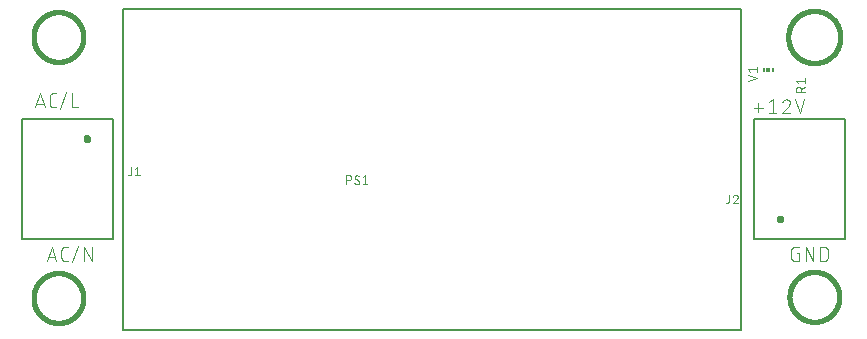
<source format=gbr>
G04 EAGLE Gerber RS-274X export*
G75*
%MOMM*%
%FSLAX34Y34*%
%LPD*%
%INSilkscreen Top*%
%IPPOS*%
%AMOC8*
5,1,8,0,0,1.08239X$1,22.5*%
G01*
%ADD10C,0.101600*%
%ADD11C,0.400000*%
%ADD12C,0.200000*%
%ADD13C,0.076200*%
%ADD14C,0.127000*%
%ADD15R,0.150000X0.300000*%
%ADD16R,0.300000X0.300000*%


D10*
X10508Y190508D02*
X14403Y202192D01*
X18297Y190508D01*
X17324Y193429D02*
X11482Y193429D01*
X25150Y190508D02*
X27747Y190508D01*
X25150Y190508D02*
X25051Y190510D01*
X24951Y190516D01*
X24852Y190525D01*
X24754Y190538D01*
X24656Y190555D01*
X24558Y190576D01*
X24462Y190601D01*
X24367Y190629D01*
X24273Y190661D01*
X24180Y190696D01*
X24088Y190735D01*
X23998Y190778D01*
X23910Y190823D01*
X23823Y190873D01*
X23739Y190925D01*
X23656Y190981D01*
X23576Y191039D01*
X23498Y191101D01*
X23423Y191166D01*
X23350Y191234D01*
X23280Y191304D01*
X23212Y191377D01*
X23147Y191452D01*
X23085Y191530D01*
X23027Y191610D01*
X22971Y191693D01*
X22919Y191777D01*
X22869Y191864D01*
X22824Y191952D01*
X22781Y192042D01*
X22742Y192134D01*
X22707Y192227D01*
X22675Y192321D01*
X22647Y192416D01*
X22622Y192512D01*
X22601Y192610D01*
X22584Y192708D01*
X22571Y192806D01*
X22562Y192905D01*
X22556Y193005D01*
X22554Y193104D01*
X22554Y199596D01*
X22556Y199695D01*
X22562Y199795D01*
X22571Y199894D01*
X22584Y199992D01*
X22601Y200090D01*
X22622Y200188D01*
X22647Y200284D01*
X22675Y200379D01*
X22707Y200473D01*
X22742Y200566D01*
X22781Y200658D01*
X22824Y200748D01*
X22869Y200836D01*
X22919Y200923D01*
X22971Y201007D01*
X23027Y201090D01*
X23085Y201170D01*
X23147Y201248D01*
X23212Y201323D01*
X23280Y201396D01*
X23350Y201466D01*
X23423Y201534D01*
X23498Y201599D01*
X23576Y201661D01*
X23656Y201719D01*
X23739Y201775D01*
X23823Y201827D01*
X23910Y201877D01*
X23998Y201922D01*
X24088Y201965D01*
X24180Y202004D01*
X24272Y202039D01*
X24367Y202071D01*
X24462Y202099D01*
X24558Y202124D01*
X24656Y202145D01*
X24754Y202162D01*
X24852Y202175D01*
X24951Y202184D01*
X25051Y202190D01*
X25150Y202192D01*
X27747Y202192D01*
X36811Y203490D02*
X31618Y189210D01*
X41660Y190508D02*
X41660Y202192D01*
X41660Y190508D02*
X46853Y190508D01*
X24403Y72192D02*
X20508Y60508D01*
X28297Y60508D02*
X24403Y72192D01*
X27324Y63429D02*
X21482Y63429D01*
X35150Y60508D02*
X37747Y60508D01*
X35150Y60508D02*
X35051Y60510D01*
X34951Y60516D01*
X34852Y60525D01*
X34754Y60538D01*
X34656Y60555D01*
X34558Y60576D01*
X34462Y60601D01*
X34367Y60629D01*
X34273Y60661D01*
X34180Y60696D01*
X34088Y60735D01*
X33998Y60778D01*
X33910Y60823D01*
X33823Y60873D01*
X33739Y60925D01*
X33656Y60981D01*
X33576Y61039D01*
X33498Y61101D01*
X33423Y61166D01*
X33350Y61234D01*
X33280Y61304D01*
X33212Y61377D01*
X33147Y61452D01*
X33085Y61530D01*
X33027Y61610D01*
X32971Y61693D01*
X32919Y61777D01*
X32869Y61864D01*
X32824Y61952D01*
X32781Y62042D01*
X32742Y62134D01*
X32707Y62227D01*
X32675Y62321D01*
X32647Y62416D01*
X32622Y62512D01*
X32601Y62610D01*
X32584Y62708D01*
X32571Y62806D01*
X32562Y62905D01*
X32556Y63005D01*
X32554Y63104D01*
X32554Y69596D01*
X32556Y69695D01*
X32562Y69795D01*
X32571Y69894D01*
X32584Y69992D01*
X32601Y70090D01*
X32622Y70188D01*
X32647Y70284D01*
X32675Y70379D01*
X32707Y70473D01*
X32742Y70566D01*
X32781Y70658D01*
X32824Y70748D01*
X32869Y70836D01*
X32919Y70923D01*
X32971Y71007D01*
X33027Y71090D01*
X33085Y71170D01*
X33147Y71248D01*
X33212Y71323D01*
X33280Y71396D01*
X33350Y71466D01*
X33423Y71534D01*
X33498Y71599D01*
X33576Y71661D01*
X33656Y71719D01*
X33739Y71775D01*
X33823Y71827D01*
X33910Y71877D01*
X33998Y71922D01*
X34088Y71965D01*
X34180Y72004D01*
X34272Y72039D01*
X34367Y72071D01*
X34462Y72099D01*
X34558Y72124D01*
X34656Y72145D01*
X34754Y72162D01*
X34852Y72175D01*
X34951Y72184D01*
X35051Y72190D01*
X35150Y72192D01*
X37747Y72192D01*
X46811Y73490D02*
X41618Y59210D01*
X51637Y60508D02*
X51637Y72192D01*
X58128Y60508D01*
X58128Y72192D01*
X618508Y190052D02*
X626297Y190052D01*
X622403Y193946D02*
X622403Y186157D01*
X631349Y194596D02*
X634595Y197192D01*
X634595Y185508D01*
X637840Y185508D02*
X631349Y185508D01*
X646349Y197192D02*
X646456Y197190D01*
X646562Y197184D01*
X646668Y197174D01*
X646774Y197161D01*
X646880Y197143D01*
X646984Y197122D01*
X647088Y197097D01*
X647191Y197068D01*
X647292Y197036D01*
X647392Y196999D01*
X647491Y196959D01*
X647589Y196916D01*
X647685Y196869D01*
X647779Y196818D01*
X647871Y196764D01*
X647961Y196707D01*
X648049Y196647D01*
X648134Y196583D01*
X648217Y196516D01*
X648298Y196446D01*
X648376Y196374D01*
X648452Y196298D01*
X648524Y196220D01*
X648594Y196139D01*
X648661Y196056D01*
X648725Y195971D01*
X648785Y195883D01*
X648842Y195793D01*
X648896Y195701D01*
X648947Y195607D01*
X648994Y195511D01*
X649037Y195413D01*
X649077Y195314D01*
X649114Y195214D01*
X649146Y195113D01*
X649175Y195010D01*
X649200Y194906D01*
X649221Y194802D01*
X649239Y194696D01*
X649252Y194590D01*
X649262Y194484D01*
X649268Y194378D01*
X649270Y194271D01*
X646349Y197192D02*
X646228Y197190D01*
X646107Y197184D01*
X645987Y197174D01*
X645866Y197161D01*
X645747Y197143D01*
X645627Y197122D01*
X645509Y197097D01*
X645392Y197068D01*
X645275Y197035D01*
X645160Y196999D01*
X645046Y196958D01*
X644933Y196915D01*
X644821Y196867D01*
X644712Y196816D01*
X644604Y196761D01*
X644497Y196703D01*
X644393Y196642D01*
X644291Y196577D01*
X644191Y196509D01*
X644093Y196438D01*
X643997Y196364D01*
X643904Y196287D01*
X643814Y196206D01*
X643726Y196123D01*
X643641Y196037D01*
X643558Y195948D01*
X643479Y195857D01*
X643402Y195763D01*
X643329Y195667D01*
X643259Y195569D01*
X643192Y195468D01*
X643128Y195365D01*
X643068Y195260D01*
X643011Y195153D01*
X642957Y195045D01*
X642907Y194935D01*
X642861Y194823D01*
X642818Y194710D01*
X642779Y194595D01*
X648297Y191999D02*
X648376Y192076D01*
X648452Y192157D01*
X648525Y192240D01*
X648595Y192325D01*
X648662Y192413D01*
X648726Y192503D01*
X648786Y192595D01*
X648843Y192690D01*
X648897Y192786D01*
X648948Y192884D01*
X648995Y192984D01*
X649039Y193086D01*
X649079Y193189D01*
X649115Y193293D01*
X649147Y193399D01*
X649176Y193505D01*
X649201Y193613D01*
X649223Y193721D01*
X649240Y193831D01*
X649254Y193940D01*
X649263Y194050D01*
X649269Y194161D01*
X649271Y194271D01*
X648297Y191999D02*
X642779Y185508D01*
X649270Y185508D01*
X657455Y185508D02*
X653560Y197192D01*
X661349Y197192D02*
X657455Y185508D01*
X656999Y66999D02*
X655052Y66999D01*
X656999Y66999D02*
X656999Y60508D01*
X653104Y60508D01*
X653005Y60510D01*
X652905Y60516D01*
X652806Y60525D01*
X652708Y60538D01*
X652610Y60555D01*
X652512Y60576D01*
X652416Y60601D01*
X652321Y60629D01*
X652227Y60661D01*
X652134Y60696D01*
X652042Y60735D01*
X651952Y60778D01*
X651864Y60823D01*
X651777Y60873D01*
X651693Y60925D01*
X651610Y60981D01*
X651530Y61039D01*
X651452Y61101D01*
X651377Y61166D01*
X651304Y61234D01*
X651234Y61304D01*
X651166Y61377D01*
X651101Y61452D01*
X651039Y61530D01*
X650981Y61610D01*
X650925Y61693D01*
X650873Y61777D01*
X650823Y61864D01*
X650778Y61952D01*
X650735Y62042D01*
X650696Y62134D01*
X650661Y62227D01*
X650629Y62321D01*
X650601Y62416D01*
X650576Y62512D01*
X650555Y62610D01*
X650538Y62708D01*
X650525Y62806D01*
X650516Y62905D01*
X650510Y63005D01*
X650508Y63104D01*
X650508Y69596D01*
X650510Y69695D01*
X650516Y69795D01*
X650525Y69894D01*
X650538Y69992D01*
X650555Y70090D01*
X650576Y70188D01*
X650601Y70284D01*
X650629Y70379D01*
X650661Y70473D01*
X650696Y70566D01*
X650735Y70658D01*
X650778Y70748D01*
X650823Y70836D01*
X650873Y70923D01*
X650925Y71007D01*
X650981Y71090D01*
X651039Y71170D01*
X651101Y71248D01*
X651166Y71323D01*
X651234Y71396D01*
X651304Y71466D01*
X651377Y71534D01*
X651452Y71599D01*
X651530Y71661D01*
X651610Y71719D01*
X651693Y71775D01*
X651777Y71827D01*
X651864Y71877D01*
X651952Y71922D01*
X652042Y71965D01*
X652134Y72004D01*
X652226Y72039D01*
X652321Y72071D01*
X652416Y72099D01*
X652512Y72124D01*
X652610Y72145D01*
X652708Y72162D01*
X652806Y72175D01*
X652905Y72184D01*
X653005Y72190D01*
X653104Y72192D01*
X656999Y72192D01*
X662700Y72192D02*
X662700Y60508D01*
X669191Y60508D02*
X662700Y72192D01*
X669191Y72192D02*
X669191Y60508D01*
X674892Y60508D02*
X674892Y72192D01*
X678137Y72192D01*
X678250Y72190D01*
X678363Y72184D01*
X678476Y72174D01*
X678589Y72160D01*
X678701Y72143D01*
X678812Y72121D01*
X678922Y72096D01*
X679032Y72066D01*
X679140Y72033D01*
X679247Y71996D01*
X679353Y71956D01*
X679457Y71911D01*
X679560Y71863D01*
X679661Y71812D01*
X679760Y71757D01*
X679857Y71699D01*
X679952Y71637D01*
X680045Y71572D01*
X680135Y71504D01*
X680223Y71433D01*
X680309Y71358D01*
X680392Y71281D01*
X680472Y71201D01*
X680549Y71118D01*
X680624Y71032D01*
X680695Y70944D01*
X680763Y70854D01*
X680828Y70761D01*
X680890Y70666D01*
X680948Y70569D01*
X681003Y70470D01*
X681054Y70369D01*
X681102Y70266D01*
X681147Y70162D01*
X681187Y70056D01*
X681224Y69949D01*
X681257Y69841D01*
X681287Y69731D01*
X681312Y69621D01*
X681334Y69510D01*
X681351Y69398D01*
X681365Y69285D01*
X681375Y69172D01*
X681381Y69059D01*
X681383Y68946D01*
X681383Y63754D01*
X681384Y63754D02*
X681382Y63641D01*
X681376Y63528D01*
X681366Y63415D01*
X681352Y63302D01*
X681335Y63190D01*
X681313Y63079D01*
X681288Y62969D01*
X681258Y62859D01*
X681225Y62751D01*
X681188Y62644D01*
X681148Y62538D01*
X681103Y62434D01*
X681055Y62331D01*
X681004Y62230D01*
X680949Y62131D01*
X680891Y62034D01*
X680829Y61939D01*
X680764Y61846D01*
X680696Y61756D01*
X680625Y61668D01*
X680550Y61582D01*
X680473Y61499D01*
X680393Y61419D01*
X680310Y61342D01*
X680224Y61267D01*
X680136Y61196D01*
X680046Y61128D01*
X679953Y61063D01*
X679858Y61001D01*
X679761Y60943D01*
X679662Y60888D01*
X679561Y60837D01*
X679458Y60789D01*
X679354Y60744D01*
X679248Y60704D01*
X679141Y60667D01*
X679033Y60634D01*
X678923Y60604D01*
X678813Y60579D01*
X678702Y60557D01*
X678590Y60540D01*
X678477Y60526D01*
X678364Y60516D01*
X678251Y60510D01*
X678138Y60508D01*
X678137Y60508D02*
X674892Y60508D01*
D11*
X647909Y250000D02*
X647916Y250542D01*
X647936Y251084D01*
X647969Y251625D01*
X648015Y252165D01*
X648075Y252704D01*
X648148Y253241D01*
X648234Y253777D01*
X648333Y254310D01*
X648446Y254840D01*
X648571Y255368D01*
X648709Y255892D01*
X648860Y256413D01*
X649024Y256930D01*
X649200Y257442D01*
X649389Y257950D01*
X649591Y258454D01*
X649804Y258952D01*
X650030Y259445D01*
X650268Y259932D01*
X650517Y260414D01*
X650779Y260889D01*
X651052Y261357D01*
X651336Y261819D01*
X651632Y262273D01*
X651939Y262720D01*
X652256Y263160D01*
X652585Y263591D01*
X652923Y264014D01*
X653272Y264429D01*
X653632Y264835D01*
X654001Y265233D01*
X654379Y265621D01*
X654767Y265999D01*
X655165Y266368D01*
X655571Y266728D01*
X655986Y267077D01*
X656409Y267415D01*
X656840Y267744D01*
X657280Y268061D01*
X657727Y268368D01*
X658181Y268664D01*
X658643Y268948D01*
X659111Y269221D01*
X659586Y269483D01*
X660068Y269732D01*
X660555Y269970D01*
X661048Y270196D01*
X661546Y270409D01*
X662050Y270611D01*
X662558Y270800D01*
X663070Y270976D01*
X663587Y271140D01*
X664108Y271291D01*
X664632Y271429D01*
X665160Y271554D01*
X665690Y271667D01*
X666223Y271766D01*
X666759Y271852D01*
X667296Y271925D01*
X667835Y271985D01*
X668375Y272031D01*
X668916Y272064D01*
X669458Y272084D01*
X670000Y272091D01*
X670542Y272084D01*
X671084Y272064D01*
X671625Y272031D01*
X672165Y271985D01*
X672704Y271925D01*
X673241Y271852D01*
X673777Y271766D01*
X674310Y271667D01*
X674840Y271554D01*
X675368Y271429D01*
X675892Y271291D01*
X676413Y271140D01*
X676930Y270976D01*
X677442Y270800D01*
X677950Y270611D01*
X678454Y270409D01*
X678952Y270196D01*
X679445Y269970D01*
X679932Y269732D01*
X680414Y269483D01*
X680889Y269221D01*
X681357Y268948D01*
X681819Y268664D01*
X682273Y268368D01*
X682720Y268061D01*
X683160Y267744D01*
X683591Y267415D01*
X684014Y267077D01*
X684429Y266728D01*
X684835Y266368D01*
X685233Y265999D01*
X685621Y265621D01*
X685999Y265233D01*
X686368Y264835D01*
X686728Y264429D01*
X687077Y264014D01*
X687415Y263591D01*
X687744Y263160D01*
X688061Y262720D01*
X688368Y262273D01*
X688664Y261819D01*
X688948Y261357D01*
X689221Y260889D01*
X689483Y260414D01*
X689732Y259932D01*
X689970Y259445D01*
X690196Y258952D01*
X690409Y258454D01*
X690611Y257950D01*
X690800Y257442D01*
X690976Y256930D01*
X691140Y256413D01*
X691291Y255892D01*
X691429Y255368D01*
X691554Y254840D01*
X691667Y254310D01*
X691766Y253777D01*
X691852Y253241D01*
X691925Y252704D01*
X691985Y252165D01*
X692031Y251625D01*
X692064Y251084D01*
X692084Y250542D01*
X692091Y250000D01*
X692084Y249458D01*
X692064Y248916D01*
X692031Y248375D01*
X691985Y247835D01*
X691925Y247296D01*
X691852Y246759D01*
X691766Y246223D01*
X691667Y245690D01*
X691554Y245160D01*
X691429Y244632D01*
X691291Y244108D01*
X691140Y243587D01*
X690976Y243070D01*
X690800Y242558D01*
X690611Y242050D01*
X690409Y241546D01*
X690196Y241048D01*
X689970Y240555D01*
X689732Y240068D01*
X689483Y239586D01*
X689221Y239111D01*
X688948Y238643D01*
X688664Y238181D01*
X688368Y237727D01*
X688061Y237280D01*
X687744Y236840D01*
X687415Y236409D01*
X687077Y235986D01*
X686728Y235571D01*
X686368Y235165D01*
X685999Y234767D01*
X685621Y234379D01*
X685233Y234001D01*
X684835Y233632D01*
X684429Y233272D01*
X684014Y232923D01*
X683591Y232585D01*
X683160Y232256D01*
X682720Y231939D01*
X682273Y231632D01*
X681819Y231336D01*
X681357Y231052D01*
X680889Y230779D01*
X680414Y230517D01*
X679932Y230268D01*
X679445Y230030D01*
X678952Y229804D01*
X678454Y229591D01*
X677950Y229389D01*
X677442Y229200D01*
X676930Y229024D01*
X676413Y228860D01*
X675892Y228709D01*
X675368Y228571D01*
X674840Y228446D01*
X674310Y228333D01*
X673777Y228234D01*
X673241Y228148D01*
X672704Y228075D01*
X672165Y228015D01*
X671625Y227969D01*
X671084Y227936D01*
X670542Y227916D01*
X670000Y227909D01*
X669458Y227916D01*
X668916Y227936D01*
X668375Y227969D01*
X667835Y228015D01*
X667296Y228075D01*
X666759Y228148D01*
X666223Y228234D01*
X665690Y228333D01*
X665160Y228446D01*
X664632Y228571D01*
X664108Y228709D01*
X663587Y228860D01*
X663070Y229024D01*
X662558Y229200D01*
X662050Y229389D01*
X661546Y229591D01*
X661048Y229804D01*
X660555Y230030D01*
X660068Y230268D01*
X659586Y230517D01*
X659111Y230779D01*
X658643Y231052D01*
X658181Y231336D01*
X657727Y231632D01*
X657280Y231939D01*
X656840Y232256D01*
X656409Y232585D01*
X655986Y232923D01*
X655571Y233272D01*
X655165Y233632D01*
X654767Y234001D01*
X654379Y234379D01*
X654001Y234767D01*
X653632Y235165D01*
X653272Y235571D01*
X652923Y235986D01*
X652585Y236409D01*
X652256Y236840D01*
X651939Y237280D01*
X651632Y237727D01*
X651336Y238181D01*
X651052Y238643D01*
X650779Y239111D01*
X650517Y239586D01*
X650268Y240068D01*
X650030Y240555D01*
X649804Y241048D01*
X649591Y241546D01*
X649389Y242050D01*
X649200Y242558D01*
X649024Y243070D01*
X648860Y243587D01*
X648709Y244108D01*
X648571Y244632D01*
X648446Y245160D01*
X648333Y245690D01*
X648234Y246223D01*
X648148Y246759D01*
X648075Y247296D01*
X648015Y247835D01*
X647969Y248375D01*
X647936Y248916D01*
X647916Y249458D01*
X647909Y250000D01*
X648905Y30000D02*
X648911Y30518D01*
X648930Y31035D01*
X648962Y31552D01*
X649007Y32068D01*
X649064Y32582D01*
X649133Y33095D01*
X649216Y33606D01*
X649310Y34115D01*
X649418Y34622D01*
X649537Y35126D01*
X649669Y35626D01*
X649813Y36124D01*
X649970Y36617D01*
X650138Y37107D01*
X650319Y37592D01*
X650511Y38073D01*
X650715Y38549D01*
X650930Y39019D01*
X651157Y39485D01*
X651396Y39944D01*
X651646Y40398D01*
X651906Y40845D01*
X652178Y41286D01*
X652460Y41720D01*
X652753Y42147D01*
X653056Y42566D01*
X653370Y42978D01*
X653693Y43383D01*
X654027Y43779D01*
X654370Y44167D01*
X654722Y44546D01*
X655084Y44916D01*
X655454Y45278D01*
X655833Y45630D01*
X656221Y45973D01*
X656617Y46307D01*
X657022Y46630D01*
X657434Y46944D01*
X657853Y47247D01*
X658280Y47540D01*
X658714Y47822D01*
X659155Y48094D01*
X659602Y48354D01*
X660056Y48604D01*
X660515Y48843D01*
X660981Y49070D01*
X661451Y49285D01*
X661927Y49489D01*
X662408Y49681D01*
X662893Y49862D01*
X663383Y50030D01*
X663876Y50187D01*
X664374Y50331D01*
X664874Y50463D01*
X665378Y50582D01*
X665885Y50690D01*
X666394Y50784D01*
X666905Y50867D01*
X667418Y50936D01*
X667932Y50993D01*
X668448Y51038D01*
X668965Y51070D01*
X669482Y51089D01*
X670000Y51095D01*
X670518Y51089D01*
X671035Y51070D01*
X671552Y51038D01*
X672068Y50993D01*
X672582Y50936D01*
X673095Y50867D01*
X673606Y50784D01*
X674115Y50690D01*
X674622Y50582D01*
X675126Y50463D01*
X675626Y50331D01*
X676124Y50187D01*
X676617Y50030D01*
X677107Y49862D01*
X677592Y49681D01*
X678073Y49489D01*
X678549Y49285D01*
X679019Y49070D01*
X679485Y48843D01*
X679944Y48604D01*
X680398Y48354D01*
X680845Y48094D01*
X681286Y47822D01*
X681720Y47540D01*
X682147Y47247D01*
X682566Y46944D01*
X682978Y46630D01*
X683383Y46307D01*
X683779Y45973D01*
X684167Y45630D01*
X684546Y45278D01*
X684916Y44916D01*
X685278Y44546D01*
X685630Y44167D01*
X685973Y43779D01*
X686307Y43383D01*
X686630Y42978D01*
X686944Y42566D01*
X687247Y42147D01*
X687540Y41720D01*
X687822Y41286D01*
X688094Y40845D01*
X688354Y40398D01*
X688604Y39944D01*
X688843Y39485D01*
X689070Y39019D01*
X689285Y38549D01*
X689489Y38073D01*
X689681Y37592D01*
X689862Y37107D01*
X690030Y36617D01*
X690187Y36124D01*
X690331Y35626D01*
X690463Y35126D01*
X690582Y34622D01*
X690690Y34115D01*
X690784Y33606D01*
X690867Y33095D01*
X690936Y32582D01*
X690993Y32068D01*
X691038Y31552D01*
X691070Y31035D01*
X691089Y30518D01*
X691095Y30000D01*
X691089Y29482D01*
X691070Y28965D01*
X691038Y28448D01*
X690993Y27932D01*
X690936Y27418D01*
X690867Y26905D01*
X690784Y26394D01*
X690690Y25885D01*
X690582Y25378D01*
X690463Y24874D01*
X690331Y24374D01*
X690187Y23876D01*
X690030Y23383D01*
X689862Y22893D01*
X689681Y22408D01*
X689489Y21927D01*
X689285Y21451D01*
X689070Y20981D01*
X688843Y20515D01*
X688604Y20056D01*
X688354Y19602D01*
X688094Y19155D01*
X687822Y18714D01*
X687540Y18280D01*
X687247Y17853D01*
X686944Y17434D01*
X686630Y17022D01*
X686307Y16617D01*
X685973Y16221D01*
X685630Y15833D01*
X685278Y15454D01*
X684916Y15084D01*
X684546Y14722D01*
X684167Y14370D01*
X683779Y14027D01*
X683383Y13693D01*
X682978Y13370D01*
X682566Y13056D01*
X682147Y12753D01*
X681720Y12460D01*
X681286Y12178D01*
X680845Y11906D01*
X680398Y11646D01*
X679944Y11396D01*
X679485Y11157D01*
X679019Y10930D01*
X678549Y10715D01*
X678073Y10511D01*
X677592Y10319D01*
X677107Y10138D01*
X676617Y9970D01*
X676124Y9813D01*
X675626Y9669D01*
X675126Y9537D01*
X674622Y9418D01*
X674115Y9310D01*
X673606Y9216D01*
X673095Y9133D01*
X672582Y9064D01*
X672068Y9007D01*
X671552Y8962D01*
X671035Y8930D01*
X670518Y8911D01*
X670000Y8905D01*
X669482Y8911D01*
X668965Y8930D01*
X668448Y8962D01*
X667932Y9007D01*
X667418Y9064D01*
X666905Y9133D01*
X666394Y9216D01*
X665885Y9310D01*
X665378Y9418D01*
X664874Y9537D01*
X664374Y9669D01*
X663876Y9813D01*
X663383Y9970D01*
X662893Y10138D01*
X662408Y10319D01*
X661927Y10511D01*
X661451Y10715D01*
X660981Y10930D01*
X660515Y11157D01*
X660056Y11396D01*
X659602Y11646D01*
X659155Y11906D01*
X658714Y12178D01*
X658280Y12460D01*
X657853Y12753D01*
X657434Y13056D01*
X657022Y13370D01*
X656617Y13693D01*
X656221Y14027D01*
X655833Y14370D01*
X655454Y14722D01*
X655084Y15084D01*
X654722Y15454D01*
X654370Y15833D01*
X654027Y16221D01*
X653693Y16617D01*
X653370Y17022D01*
X653056Y17434D01*
X652753Y17853D01*
X652460Y18280D01*
X652178Y18714D01*
X651906Y19155D01*
X651646Y19602D01*
X651396Y20056D01*
X651157Y20515D01*
X650930Y20981D01*
X650715Y21451D01*
X650511Y21927D01*
X650319Y22408D01*
X650138Y22893D01*
X649970Y23383D01*
X649813Y23876D01*
X649669Y24374D01*
X649537Y24874D01*
X649418Y25378D01*
X649310Y25885D01*
X649216Y26394D01*
X649133Y26905D01*
X649064Y27418D01*
X649007Y27932D01*
X648962Y28448D01*
X648930Y28965D01*
X648911Y29482D01*
X648905Y30000D01*
X8905Y29000D02*
X8911Y29518D01*
X8930Y30035D01*
X8962Y30552D01*
X9007Y31068D01*
X9064Y31582D01*
X9133Y32095D01*
X9216Y32606D01*
X9310Y33115D01*
X9418Y33622D01*
X9537Y34126D01*
X9669Y34626D01*
X9813Y35124D01*
X9970Y35617D01*
X10138Y36107D01*
X10319Y36592D01*
X10511Y37073D01*
X10715Y37549D01*
X10930Y38019D01*
X11157Y38485D01*
X11396Y38944D01*
X11646Y39398D01*
X11906Y39845D01*
X12178Y40286D01*
X12460Y40720D01*
X12753Y41147D01*
X13056Y41566D01*
X13370Y41978D01*
X13693Y42383D01*
X14027Y42779D01*
X14370Y43167D01*
X14722Y43546D01*
X15084Y43916D01*
X15454Y44278D01*
X15833Y44630D01*
X16221Y44973D01*
X16617Y45307D01*
X17022Y45630D01*
X17434Y45944D01*
X17853Y46247D01*
X18280Y46540D01*
X18714Y46822D01*
X19155Y47094D01*
X19602Y47354D01*
X20056Y47604D01*
X20515Y47843D01*
X20981Y48070D01*
X21451Y48285D01*
X21927Y48489D01*
X22408Y48681D01*
X22893Y48862D01*
X23383Y49030D01*
X23876Y49187D01*
X24374Y49331D01*
X24874Y49463D01*
X25378Y49582D01*
X25885Y49690D01*
X26394Y49784D01*
X26905Y49867D01*
X27418Y49936D01*
X27932Y49993D01*
X28448Y50038D01*
X28965Y50070D01*
X29482Y50089D01*
X30000Y50095D01*
X30518Y50089D01*
X31035Y50070D01*
X31552Y50038D01*
X32068Y49993D01*
X32582Y49936D01*
X33095Y49867D01*
X33606Y49784D01*
X34115Y49690D01*
X34622Y49582D01*
X35126Y49463D01*
X35626Y49331D01*
X36124Y49187D01*
X36617Y49030D01*
X37107Y48862D01*
X37592Y48681D01*
X38073Y48489D01*
X38549Y48285D01*
X39019Y48070D01*
X39485Y47843D01*
X39944Y47604D01*
X40398Y47354D01*
X40845Y47094D01*
X41286Y46822D01*
X41720Y46540D01*
X42147Y46247D01*
X42566Y45944D01*
X42978Y45630D01*
X43383Y45307D01*
X43779Y44973D01*
X44167Y44630D01*
X44546Y44278D01*
X44916Y43916D01*
X45278Y43546D01*
X45630Y43167D01*
X45973Y42779D01*
X46307Y42383D01*
X46630Y41978D01*
X46944Y41566D01*
X47247Y41147D01*
X47540Y40720D01*
X47822Y40286D01*
X48094Y39845D01*
X48354Y39398D01*
X48604Y38944D01*
X48843Y38485D01*
X49070Y38019D01*
X49285Y37549D01*
X49489Y37073D01*
X49681Y36592D01*
X49862Y36107D01*
X50030Y35617D01*
X50187Y35124D01*
X50331Y34626D01*
X50463Y34126D01*
X50582Y33622D01*
X50690Y33115D01*
X50784Y32606D01*
X50867Y32095D01*
X50936Y31582D01*
X50993Y31068D01*
X51038Y30552D01*
X51070Y30035D01*
X51089Y29518D01*
X51095Y29000D01*
X51089Y28482D01*
X51070Y27965D01*
X51038Y27448D01*
X50993Y26932D01*
X50936Y26418D01*
X50867Y25905D01*
X50784Y25394D01*
X50690Y24885D01*
X50582Y24378D01*
X50463Y23874D01*
X50331Y23374D01*
X50187Y22876D01*
X50030Y22383D01*
X49862Y21893D01*
X49681Y21408D01*
X49489Y20927D01*
X49285Y20451D01*
X49070Y19981D01*
X48843Y19515D01*
X48604Y19056D01*
X48354Y18602D01*
X48094Y18155D01*
X47822Y17714D01*
X47540Y17280D01*
X47247Y16853D01*
X46944Y16434D01*
X46630Y16022D01*
X46307Y15617D01*
X45973Y15221D01*
X45630Y14833D01*
X45278Y14454D01*
X44916Y14084D01*
X44546Y13722D01*
X44167Y13370D01*
X43779Y13027D01*
X43383Y12693D01*
X42978Y12370D01*
X42566Y12056D01*
X42147Y11753D01*
X41720Y11460D01*
X41286Y11178D01*
X40845Y10906D01*
X40398Y10646D01*
X39944Y10396D01*
X39485Y10157D01*
X39019Y9930D01*
X38549Y9715D01*
X38073Y9511D01*
X37592Y9319D01*
X37107Y9138D01*
X36617Y8970D01*
X36124Y8813D01*
X35626Y8669D01*
X35126Y8537D01*
X34622Y8418D01*
X34115Y8310D01*
X33606Y8216D01*
X33095Y8133D01*
X32582Y8064D01*
X32068Y8007D01*
X31552Y7962D01*
X31035Y7930D01*
X30518Y7911D01*
X30000Y7905D01*
X29482Y7911D01*
X28965Y7930D01*
X28448Y7962D01*
X27932Y8007D01*
X27418Y8064D01*
X26905Y8133D01*
X26394Y8216D01*
X25885Y8310D01*
X25378Y8418D01*
X24874Y8537D01*
X24374Y8669D01*
X23876Y8813D01*
X23383Y8970D01*
X22893Y9138D01*
X22408Y9319D01*
X21927Y9511D01*
X21451Y9715D01*
X20981Y9930D01*
X20515Y10157D01*
X20056Y10396D01*
X19602Y10646D01*
X19155Y10906D01*
X18714Y11178D01*
X18280Y11460D01*
X17853Y11753D01*
X17434Y12056D01*
X17022Y12370D01*
X16617Y12693D01*
X16221Y13027D01*
X15833Y13370D01*
X15454Y13722D01*
X15084Y14084D01*
X14722Y14454D01*
X14370Y14833D01*
X14027Y15221D01*
X13693Y15617D01*
X13370Y16022D01*
X13056Y16434D01*
X12753Y16853D01*
X12460Y17280D01*
X12178Y17714D01*
X11906Y18155D01*
X11646Y18602D01*
X11396Y19056D01*
X11157Y19515D01*
X10930Y19981D01*
X10715Y20451D01*
X10511Y20927D01*
X10319Y21408D01*
X10138Y21893D01*
X9970Y22383D01*
X9813Y22876D01*
X9669Y23374D01*
X9537Y23874D01*
X9418Y24378D01*
X9310Y24885D01*
X9216Y25394D01*
X9133Y25905D01*
X9064Y26418D01*
X9007Y26932D01*
X8962Y27448D01*
X8930Y27965D01*
X8911Y28482D01*
X8905Y29000D01*
X8905Y250000D02*
X8911Y250518D01*
X8930Y251035D01*
X8962Y251552D01*
X9007Y252068D01*
X9064Y252582D01*
X9133Y253095D01*
X9216Y253606D01*
X9310Y254115D01*
X9418Y254622D01*
X9537Y255126D01*
X9669Y255626D01*
X9813Y256124D01*
X9970Y256617D01*
X10138Y257107D01*
X10319Y257592D01*
X10511Y258073D01*
X10715Y258549D01*
X10930Y259019D01*
X11157Y259485D01*
X11396Y259944D01*
X11646Y260398D01*
X11906Y260845D01*
X12178Y261286D01*
X12460Y261720D01*
X12753Y262147D01*
X13056Y262566D01*
X13370Y262978D01*
X13693Y263383D01*
X14027Y263779D01*
X14370Y264167D01*
X14722Y264546D01*
X15084Y264916D01*
X15454Y265278D01*
X15833Y265630D01*
X16221Y265973D01*
X16617Y266307D01*
X17022Y266630D01*
X17434Y266944D01*
X17853Y267247D01*
X18280Y267540D01*
X18714Y267822D01*
X19155Y268094D01*
X19602Y268354D01*
X20056Y268604D01*
X20515Y268843D01*
X20981Y269070D01*
X21451Y269285D01*
X21927Y269489D01*
X22408Y269681D01*
X22893Y269862D01*
X23383Y270030D01*
X23876Y270187D01*
X24374Y270331D01*
X24874Y270463D01*
X25378Y270582D01*
X25885Y270690D01*
X26394Y270784D01*
X26905Y270867D01*
X27418Y270936D01*
X27932Y270993D01*
X28448Y271038D01*
X28965Y271070D01*
X29482Y271089D01*
X30000Y271095D01*
X30518Y271089D01*
X31035Y271070D01*
X31552Y271038D01*
X32068Y270993D01*
X32582Y270936D01*
X33095Y270867D01*
X33606Y270784D01*
X34115Y270690D01*
X34622Y270582D01*
X35126Y270463D01*
X35626Y270331D01*
X36124Y270187D01*
X36617Y270030D01*
X37107Y269862D01*
X37592Y269681D01*
X38073Y269489D01*
X38549Y269285D01*
X39019Y269070D01*
X39485Y268843D01*
X39944Y268604D01*
X40398Y268354D01*
X40845Y268094D01*
X41286Y267822D01*
X41720Y267540D01*
X42147Y267247D01*
X42566Y266944D01*
X42978Y266630D01*
X43383Y266307D01*
X43779Y265973D01*
X44167Y265630D01*
X44546Y265278D01*
X44916Y264916D01*
X45278Y264546D01*
X45630Y264167D01*
X45973Y263779D01*
X46307Y263383D01*
X46630Y262978D01*
X46944Y262566D01*
X47247Y262147D01*
X47540Y261720D01*
X47822Y261286D01*
X48094Y260845D01*
X48354Y260398D01*
X48604Y259944D01*
X48843Y259485D01*
X49070Y259019D01*
X49285Y258549D01*
X49489Y258073D01*
X49681Y257592D01*
X49862Y257107D01*
X50030Y256617D01*
X50187Y256124D01*
X50331Y255626D01*
X50463Y255126D01*
X50582Y254622D01*
X50690Y254115D01*
X50784Y253606D01*
X50867Y253095D01*
X50936Y252582D01*
X50993Y252068D01*
X51038Y251552D01*
X51070Y251035D01*
X51089Y250518D01*
X51095Y250000D01*
X51089Y249482D01*
X51070Y248965D01*
X51038Y248448D01*
X50993Y247932D01*
X50936Y247418D01*
X50867Y246905D01*
X50784Y246394D01*
X50690Y245885D01*
X50582Y245378D01*
X50463Y244874D01*
X50331Y244374D01*
X50187Y243876D01*
X50030Y243383D01*
X49862Y242893D01*
X49681Y242408D01*
X49489Y241927D01*
X49285Y241451D01*
X49070Y240981D01*
X48843Y240515D01*
X48604Y240056D01*
X48354Y239602D01*
X48094Y239155D01*
X47822Y238714D01*
X47540Y238280D01*
X47247Y237853D01*
X46944Y237434D01*
X46630Y237022D01*
X46307Y236617D01*
X45973Y236221D01*
X45630Y235833D01*
X45278Y235454D01*
X44916Y235084D01*
X44546Y234722D01*
X44167Y234370D01*
X43779Y234027D01*
X43383Y233693D01*
X42978Y233370D01*
X42566Y233056D01*
X42147Y232753D01*
X41720Y232460D01*
X41286Y232178D01*
X40845Y231906D01*
X40398Y231646D01*
X39944Y231396D01*
X39485Y231157D01*
X39019Y230930D01*
X38549Y230715D01*
X38073Y230511D01*
X37592Y230319D01*
X37107Y230138D01*
X36617Y229970D01*
X36124Y229813D01*
X35626Y229669D01*
X35126Y229537D01*
X34622Y229418D01*
X34115Y229310D01*
X33606Y229216D01*
X33095Y229133D01*
X32582Y229064D01*
X32068Y229007D01*
X31552Y228962D01*
X31035Y228930D01*
X30518Y228911D01*
X30000Y228905D01*
X29482Y228911D01*
X28965Y228930D01*
X28448Y228962D01*
X27932Y229007D01*
X27418Y229064D01*
X26905Y229133D01*
X26394Y229216D01*
X25885Y229310D01*
X25378Y229418D01*
X24874Y229537D01*
X24374Y229669D01*
X23876Y229813D01*
X23383Y229970D01*
X22893Y230138D01*
X22408Y230319D01*
X21927Y230511D01*
X21451Y230715D01*
X20981Y230930D01*
X20515Y231157D01*
X20056Y231396D01*
X19602Y231646D01*
X19155Y231906D01*
X18714Y232178D01*
X18280Y232460D01*
X17853Y232753D01*
X17434Y233056D01*
X17022Y233370D01*
X16617Y233693D01*
X16221Y234027D01*
X15833Y234370D01*
X15454Y234722D01*
X15084Y235084D01*
X14722Y235454D01*
X14370Y235833D01*
X14027Y236221D01*
X13693Y236617D01*
X13370Y237022D01*
X13056Y237434D01*
X12753Y237853D01*
X12460Y238280D01*
X12178Y238714D01*
X11906Y239155D01*
X11646Y239602D01*
X11396Y240056D01*
X11157Y240515D01*
X10930Y240981D01*
X10715Y241451D01*
X10511Y241927D01*
X10319Y242408D01*
X10138Y242893D01*
X9970Y243383D01*
X9813Y243876D01*
X9669Y244374D01*
X9537Y244874D01*
X9418Y245378D01*
X9310Y245885D01*
X9216Y246394D01*
X9133Y246905D01*
X9064Y247418D01*
X9007Y247932D01*
X8962Y248448D01*
X8930Y248965D01*
X8911Y249482D01*
X8905Y250000D01*
D12*
X76000Y181000D02*
X76000Y79000D01*
X-1000Y79000D01*
X-1000Y181000D01*
X76000Y181000D01*
D11*
X53000Y164000D02*
X53002Y164063D01*
X53008Y164125D01*
X53018Y164187D01*
X53031Y164249D01*
X53049Y164309D01*
X53070Y164368D01*
X53095Y164426D01*
X53124Y164482D01*
X53156Y164536D01*
X53191Y164588D01*
X53229Y164637D01*
X53271Y164685D01*
X53315Y164729D01*
X53363Y164771D01*
X53412Y164809D01*
X53464Y164844D01*
X53518Y164876D01*
X53574Y164905D01*
X53632Y164930D01*
X53691Y164951D01*
X53751Y164969D01*
X53813Y164982D01*
X53875Y164992D01*
X53937Y164998D01*
X54000Y165000D01*
X54063Y164998D01*
X54125Y164992D01*
X54187Y164982D01*
X54249Y164969D01*
X54309Y164951D01*
X54368Y164930D01*
X54426Y164905D01*
X54482Y164876D01*
X54536Y164844D01*
X54588Y164809D01*
X54637Y164771D01*
X54685Y164729D01*
X54729Y164685D01*
X54771Y164637D01*
X54809Y164588D01*
X54844Y164536D01*
X54876Y164482D01*
X54905Y164426D01*
X54930Y164368D01*
X54951Y164309D01*
X54969Y164249D01*
X54982Y164187D01*
X54992Y164125D01*
X54998Y164063D01*
X55000Y164000D01*
X54998Y163937D01*
X54992Y163875D01*
X54982Y163813D01*
X54969Y163751D01*
X54951Y163691D01*
X54930Y163632D01*
X54905Y163574D01*
X54876Y163518D01*
X54844Y163464D01*
X54809Y163412D01*
X54771Y163363D01*
X54729Y163315D01*
X54685Y163271D01*
X54637Y163229D01*
X54588Y163191D01*
X54536Y163156D01*
X54482Y163124D01*
X54426Y163095D01*
X54368Y163070D01*
X54309Y163049D01*
X54249Y163031D01*
X54187Y163018D01*
X54125Y163008D01*
X54063Y163002D01*
X54000Y163000D01*
X53937Y163002D01*
X53875Y163008D01*
X53813Y163018D01*
X53751Y163031D01*
X53691Y163049D01*
X53632Y163070D01*
X53574Y163095D01*
X53518Y163124D01*
X53464Y163156D01*
X53412Y163191D01*
X53363Y163229D01*
X53315Y163271D01*
X53271Y163315D01*
X53229Y163363D01*
X53191Y163412D01*
X53156Y163464D01*
X53124Y163518D01*
X53095Y163574D01*
X53070Y163632D01*
X53049Y163691D01*
X53031Y163751D01*
X53018Y163813D01*
X53008Y163875D01*
X53002Y163937D01*
X53000Y164000D01*
D13*
X91364Y140147D02*
X91364Y134418D01*
X91362Y134340D01*
X91357Y134262D01*
X91347Y134185D01*
X91334Y134108D01*
X91318Y134032D01*
X91298Y133957D01*
X91274Y133883D01*
X91247Y133810D01*
X91216Y133738D01*
X91182Y133668D01*
X91145Y133600D01*
X91104Y133533D01*
X91060Y133468D01*
X91014Y133406D01*
X90964Y133346D01*
X90912Y133288D01*
X90857Y133233D01*
X90799Y133181D01*
X90739Y133131D01*
X90677Y133085D01*
X90612Y133041D01*
X90546Y133000D01*
X90477Y132963D01*
X90407Y132929D01*
X90335Y132898D01*
X90262Y132871D01*
X90188Y132847D01*
X90113Y132827D01*
X90037Y132811D01*
X89960Y132798D01*
X89883Y132788D01*
X89805Y132783D01*
X89727Y132781D01*
X88909Y132781D01*
X94799Y138510D02*
X96845Y140147D01*
X96845Y132781D01*
X94799Y132781D02*
X98891Y132781D01*
D12*
X619000Y181000D02*
X619000Y79000D01*
X619000Y181000D02*
X696000Y181000D01*
X696000Y79000D01*
X619000Y79000D01*
D11*
X640000Y96000D02*
X640002Y96063D01*
X640008Y96125D01*
X640018Y96187D01*
X640031Y96249D01*
X640049Y96309D01*
X640070Y96368D01*
X640095Y96426D01*
X640124Y96482D01*
X640156Y96536D01*
X640191Y96588D01*
X640229Y96637D01*
X640271Y96685D01*
X640315Y96729D01*
X640363Y96771D01*
X640412Y96809D01*
X640464Y96844D01*
X640518Y96876D01*
X640574Y96905D01*
X640632Y96930D01*
X640691Y96951D01*
X640751Y96969D01*
X640813Y96982D01*
X640875Y96992D01*
X640937Y96998D01*
X641000Y97000D01*
X641063Y96998D01*
X641125Y96992D01*
X641187Y96982D01*
X641249Y96969D01*
X641309Y96951D01*
X641368Y96930D01*
X641426Y96905D01*
X641482Y96876D01*
X641536Y96844D01*
X641588Y96809D01*
X641637Y96771D01*
X641685Y96729D01*
X641729Y96685D01*
X641771Y96637D01*
X641809Y96588D01*
X641844Y96536D01*
X641876Y96482D01*
X641905Y96426D01*
X641930Y96368D01*
X641951Y96309D01*
X641969Y96249D01*
X641982Y96187D01*
X641992Y96125D01*
X641998Y96063D01*
X642000Y96000D01*
X641998Y95937D01*
X641992Y95875D01*
X641982Y95813D01*
X641969Y95751D01*
X641951Y95691D01*
X641930Y95632D01*
X641905Y95574D01*
X641876Y95518D01*
X641844Y95464D01*
X641809Y95412D01*
X641771Y95363D01*
X641729Y95315D01*
X641685Y95271D01*
X641637Y95229D01*
X641588Y95191D01*
X641536Y95156D01*
X641482Y95124D01*
X641426Y95095D01*
X641368Y95070D01*
X641309Y95049D01*
X641249Y95031D01*
X641187Y95018D01*
X641125Y95008D01*
X641063Y95002D01*
X641000Y95000D01*
X640937Y95002D01*
X640875Y95008D01*
X640813Y95018D01*
X640751Y95031D01*
X640691Y95049D01*
X640632Y95070D01*
X640574Y95095D01*
X640518Y95124D01*
X640464Y95156D01*
X640412Y95191D01*
X640363Y95229D01*
X640315Y95271D01*
X640271Y95315D01*
X640229Y95363D01*
X640191Y95412D01*
X640156Y95464D01*
X640124Y95518D01*
X640095Y95574D01*
X640070Y95632D01*
X640049Y95691D01*
X640031Y95751D01*
X640018Y95813D01*
X640008Y95875D01*
X640002Y95937D01*
X640000Y96000D01*
D13*
X597564Y110790D02*
X597564Y116519D01*
X597564Y110790D02*
X597562Y110712D01*
X597557Y110634D01*
X597547Y110557D01*
X597534Y110480D01*
X597518Y110404D01*
X597498Y110329D01*
X597474Y110255D01*
X597447Y110182D01*
X597416Y110110D01*
X597382Y110040D01*
X597345Y109972D01*
X597304Y109905D01*
X597260Y109840D01*
X597214Y109778D01*
X597164Y109718D01*
X597112Y109660D01*
X597057Y109605D01*
X596999Y109553D01*
X596939Y109503D01*
X596877Y109457D01*
X596812Y109413D01*
X596746Y109372D01*
X596677Y109335D01*
X596607Y109301D01*
X596535Y109270D01*
X596462Y109243D01*
X596388Y109219D01*
X596313Y109199D01*
X596237Y109183D01*
X596160Y109170D01*
X596083Y109160D01*
X596005Y109155D01*
X595927Y109153D01*
X595109Y109153D01*
X603250Y116520D02*
X603335Y116518D01*
X603420Y116512D01*
X603504Y116502D01*
X603588Y116489D01*
X603672Y116471D01*
X603754Y116450D01*
X603835Y116425D01*
X603915Y116396D01*
X603994Y116363D01*
X604071Y116327D01*
X604146Y116287D01*
X604220Y116244D01*
X604291Y116198D01*
X604360Y116148D01*
X604427Y116095D01*
X604491Y116039D01*
X604552Y115980D01*
X604611Y115919D01*
X604667Y115855D01*
X604720Y115788D01*
X604770Y115719D01*
X604816Y115648D01*
X604859Y115574D01*
X604899Y115499D01*
X604935Y115422D01*
X604968Y115343D01*
X604997Y115263D01*
X605022Y115182D01*
X605043Y115100D01*
X605061Y115016D01*
X605074Y114932D01*
X605084Y114848D01*
X605090Y114763D01*
X605092Y114678D01*
X603250Y116519D02*
X603154Y116517D01*
X603058Y116511D01*
X602963Y116501D01*
X602868Y116488D01*
X602773Y116470D01*
X602680Y116449D01*
X602587Y116424D01*
X602496Y116395D01*
X602405Y116363D01*
X602316Y116327D01*
X602229Y116287D01*
X602143Y116244D01*
X602059Y116198D01*
X601977Y116148D01*
X601897Y116094D01*
X601820Y116038D01*
X601745Y115978D01*
X601672Y115916D01*
X601602Y115850D01*
X601534Y115782D01*
X601469Y115711D01*
X601408Y115638D01*
X601349Y115562D01*
X601293Y115483D01*
X601241Y115403D01*
X601192Y115320D01*
X601146Y115236D01*
X601104Y115150D01*
X601066Y115062D01*
X601031Y114973D01*
X600999Y114882D01*
X604477Y113246D02*
X604537Y113305D01*
X604594Y113367D01*
X604649Y113431D01*
X604700Y113498D01*
X604749Y113567D01*
X604795Y113637D01*
X604838Y113710D01*
X604878Y113784D01*
X604914Y113860D01*
X604947Y113938D01*
X604977Y114017D01*
X605004Y114097D01*
X605027Y114178D01*
X605046Y114260D01*
X605062Y114342D01*
X605075Y114426D01*
X605084Y114510D01*
X605089Y114594D01*
X605091Y114678D01*
X604477Y113245D02*
X600999Y109153D01*
X605091Y109153D01*
D14*
X608300Y273800D02*
X84300Y273800D01*
X84300Y1800D01*
X608300Y1800D01*
X608300Y273800D01*
D13*
X273791Y132867D02*
X273791Y125501D01*
X273791Y132867D02*
X275837Y132867D01*
X275926Y132865D01*
X276015Y132859D01*
X276104Y132849D01*
X276192Y132836D01*
X276280Y132819D01*
X276367Y132797D01*
X276452Y132772D01*
X276537Y132744D01*
X276620Y132711D01*
X276702Y132675D01*
X276782Y132636D01*
X276860Y132593D01*
X276936Y132547D01*
X277011Y132497D01*
X277083Y132444D01*
X277152Y132388D01*
X277219Y132329D01*
X277284Y132268D01*
X277345Y132203D01*
X277404Y132136D01*
X277460Y132067D01*
X277513Y131995D01*
X277563Y131920D01*
X277609Y131844D01*
X277652Y131766D01*
X277691Y131686D01*
X277727Y131604D01*
X277760Y131521D01*
X277788Y131436D01*
X277813Y131351D01*
X277835Y131264D01*
X277852Y131176D01*
X277865Y131088D01*
X277875Y130999D01*
X277881Y130910D01*
X277883Y130821D01*
X277881Y130732D01*
X277875Y130643D01*
X277865Y130554D01*
X277852Y130466D01*
X277835Y130378D01*
X277813Y130291D01*
X277788Y130206D01*
X277760Y130121D01*
X277727Y130038D01*
X277691Y129956D01*
X277652Y129876D01*
X277609Y129798D01*
X277563Y129722D01*
X277513Y129647D01*
X277460Y129575D01*
X277404Y129506D01*
X277345Y129439D01*
X277284Y129374D01*
X277219Y129313D01*
X277152Y129254D01*
X277083Y129198D01*
X277011Y129145D01*
X276936Y129095D01*
X276860Y129049D01*
X276782Y129006D01*
X276702Y128967D01*
X276620Y128931D01*
X276537Y128898D01*
X276452Y128870D01*
X276367Y128845D01*
X276280Y128823D01*
X276192Y128806D01*
X276104Y128793D01*
X276015Y128783D01*
X275926Y128777D01*
X275837Y128775D01*
X273791Y128775D01*
X282956Y125501D02*
X283034Y125503D01*
X283112Y125508D01*
X283189Y125518D01*
X283266Y125531D01*
X283342Y125547D01*
X283417Y125567D01*
X283491Y125591D01*
X283564Y125618D01*
X283636Y125649D01*
X283706Y125683D01*
X283775Y125720D01*
X283841Y125761D01*
X283906Y125805D01*
X283968Y125851D01*
X284028Y125901D01*
X284086Y125953D01*
X284141Y126008D01*
X284193Y126066D01*
X284243Y126126D01*
X284289Y126188D01*
X284333Y126253D01*
X284374Y126320D01*
X284411Y126388D01*
X284445Y126458D01*
X284476Y126530D01*
X284503Y126603D01*
X284527Y126677D01*
X284547Y126752D01*
X284563Y126828D01*
X284576Y126905D01*
X284586Y126982D01*
X284591Y127060D01*
X284593Y127138D01*
X282956Y125501D02*
X282842Y125503D01*
X282729Y125508D01*
X282615Y125518D01*
X282502Y125531D01*
X282390Y125548D01*
X282278Y125568D01*
X282167Y125592D01*
X282056Y125620D01*
X281947Y125651D01*
X281839Y125686D01*
X281732Y125725D01*
X281626Y125767D01*
X281522Y125812D01*
X281419Y125861D01*
X281318Y125914D01*
X281219Y125969D01*
X281121Y126028D01*
X281026Y126090D01*
X280933Y126155D01*
X280841Y126223D01*
X280753Y126294D01*
X280666Y126368D01*
X280582Y126445D01*
X280501Y126524D01*
X280705Y131230D02*
X280707Y131308D01*
X280712Y131386D01*
X280722Y131463D01*
X280735Y131540D01*
X280751Y131616D01*
X280771Y131691D01*
X280795Y131765D01*
X280822Y131838D01*
X280853Y131910D01*
X280887Y131980D01*
X280924Y132049D01*
X280965Y132115D01*
X281009Y132180D01*
X281055Y132242D01*
X281105Y132302D01*
X281157Y132360D01*
X281212Y132415D01*
X281270Y132467D01*
X281330Y132517D01*
X281392Y132563D01*
X281457Y132607D01*
X281524Y132648D01*
X281592Y132685D01*
X281662Y132719D01*
X281734Y132750D01*
X281807Y132777D01*
X281881Y132801D01*
X281956Y132821D01*
X282032Y132837D01*
X282109Y132850D01*
X282186Y132860D01*
X282264Y132865D01*
X282342Y132867D01*
X282452Y132865D01*
X282561Y132859D01*
X282671Y132849D01*
X282779Y132836D01*
X282888Y132818D01*
X282995Y132797D01*
X283102Y132771D01*
X283208Y132742D01*
X283313Y132710D01*
X283416Y132673D01*
X283518Y132633D01*
X283619Y132589D01*
X283718Y132541D01*
X283815Y132491D01*
X283910Y132436D01*
X284003Y132378D01*
X284094Y132317D01*
X284183Y132253D01*
X281524Y129797D02*
X281457Y129839D01*
X281392Y129883D01*
X281330Y129931D01*
X281270Y129981D01*
X281212Y130034D01*
X281157Y130090D01*
X281105Y130149D01*
X281055Y130209D01*
X281008Y130273D01*
X280965Y130338D01*
X280924Y130405D01*
X280887Y130474D01*
X280853Y130545D01*
X280822Y130617D01*
X280795Y130691D01*
X280771Y130765D01*
X280751Y130841D01*
X280735Y130918D01*
X280722Y130995D01*
X280712Y131073D01*
X280707Y131152D01*
X280705Y131230D01*
X283775Y128570D02*
X283841Y128528D01*
X283906Y128484D01*
X283968Y128437D01*
X284028Y128386D01*
X284086Y128333D01*
X284141Y128277D01*
X284194Y128219D01*
X284243Y128158D01*
X284290Y128095D01*
X284333Y128030D01*
X284374Y127963D01*
X284411Y127894D01*
X284445Y127823D01*
X284476Y127751D01*
X284503Y127677D01*
X284527Y127602D01*
X284547Y127527D01*
X284563Y127450D01*
X284576Y127373D01*
X284586Y127295D01*
X284591Y127216D01*
X284593Y127138D01*
X283775Y128570D02*
X281524Y129798D01*
X287572Y131230D02*
X289618Y132867D01*
X289618Y125501D01*
X287572Y125501D02*
X291664Y125501D01*
X654731Y203613D02*
X662097Y203613D01*
X654731Y203613D02*
X654731Y205659D01*
X654733Y205748D01*
X654739Y205837D01*
X654749Y205926D01*
X654762Y206014D01*
X654779Y206102D01*
X654801Y206189D01*
X654826Y206274D01*
X654854Y206359D01*
X654887Y206442D01*
X654923Y206524D01*
X654962Y206604D01*
X655005Y206682D01*
X655051Y206758D01*
X655101Y206833D01*
X655154Y206905D01*
X655210Y206974D01*
X655269Y207041D01*
X655330Y207106D01*
X655395Y207167D01*
X655462Y207226D01*
X655531Y207282D01*
X655603Y207335D01*
X655678Y207385D01*
X655754Y207431D01*
X655832Y207474D01*
X655912Y207513D01*
X655994Y207549D01*
X656077Y207582D01*
X656162Y207610D01*
X656247Y207635D01*
X656334Y207657D01*
X656422Y207674D01*
X656510Y207687D01*
X656599Y207697D01*
X656688Y207703D01*
X656777Y207705D01*
X656866Y207703D01*
X656955Y207697D01*
X657044Y207687D01*
X657132Y207674D01*
X657220Y207657D01*
X657307Y207635D01*
X657392Y207610D01*
X657477Y207582D01*
X657560Y207549D01*
X657642Y207513D01*
X657722Y207474D01*
X657800Y207431D01*
X657876Y207385D01*
X657951Y207335D01*
X658023Y207282D01*
X658092Y207226D01*
X658159Y207167D01*
X658224Y207106D01*
X658285Y207041D01*
X658344Y206974D01*
X658400Y206905D01*
X658453Y206833D01*
X658503Y206758D01*
X658549Y206682D01*
X658592Y206604D01*
X658631Y206524D01*
X658667Y206442D01*
X658700Y206359D01*
X658728Y206274D01*
X658753Y206189D01*
X658775Y206102D01*
X658792Y206014D01*
X658805Y205926D01*
X658815Y205837D01*
X658821Y205748D01*
X658823Y205659D01*
X658823Y203613D01*
X658823Y206068D02*
X662097Y207705D01*
X656368Y210877D02*
X654731Y212923D01*
X662097Y212923D01*
X662097Y210877D02*
X662097Y214969D01*
D15*
X627250Y222500D03*
X634750Y222500D03*
D16*
X631000Y222500D03*
D13*
X621269Y215486D02*
X613903Y213031D01*
X613903Y217942D02*
X621269Y215486D01*
X615540Y220755D02*
X613903Y222802D01*
X621269Y222802D01*
X621269Y224848D02*
X621269Y220755D01*
M02*

</source>
